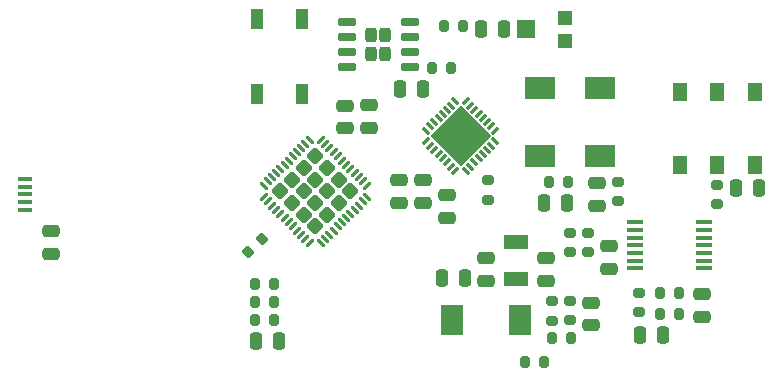
<source format=gbr>
%TF.GenerationSoftware,KiCad,Pcbnew,(6.0.0)*%
%TF.CreationDate,2022-03-10T17:49:05+08:00*%
%TF.ProjectId,st_usbAudioV1_demo,73745f75-7362-4417-9564-696f56315f64,rev?*%
%TF.SameCoordinates,Original*%
%TF.FileFunction,Paste,Top*%
%TF.FilePolarity,Positive*%
%FSLAX46Y46*%
G04 Gerber Fmt 4.6, Leading zero omitted, Abs format (unit mm)*
G04 Created by KiCad (PCBNEW (6.0.0)) date 2022-03-10 17:49:05*
%MOMM*%
%LPD*%
G01*
G04 APERTURE LIST*
G04 Aperture macros list*
%AMRoundRect*
0 Rectangle with rounded corners*
0 $1 Rounding radius*
0 $2 $3 $4 $5 $6 $7 $8 $9 X,Y pos of 4 corners*
0 Add a 4 corners polygon primitive as box body*
4,1,4,$2,$3,$4,$5,$6,$7,$8,$9,$2,$3,0*
0 Add four circle primitives for the rounded corners*
1,1,$1+$1,$2,$3*
1,1,$1+$1,$4,$5*
1,1,$1+$1,$6,$7*
1,1,$1+$1,$8,$9*
0 Add four rect primitives between the rounded corners*
20,1,$1+$1,$2,$3,$4,$5,0*
20,1,$1+$1,$4,$5,$6,$7,0*
20,1,$1+$1,$6,$7,$8,$9,0*
20,1,$1+$1,$8,$9,$2,$3,0*%
%AMRotRect*
0 Rectangle, with rotation*
0 The origin of the aperture is its center*
0 $1 length*
0 $2 width*
0 $3 Rotation angle, in degrees counterclockwise*
0 Add horizontal line*
21,1,$1,$2,0,0,$3*%
G04 Aperture macros list end*
%ADD10C,0.152400*%
%ADD11RoundRect,0.200000X-0.200000X-0.275000X0.200000X-0.275000X0.200000X0.275000X-0.200000X0.275000X0*%
%ADD12RoundRect,0.250000X0.250000X0.475000X-0.250000X0.475000X-0.250000X-0.475000X0.250000X-0.475000X0*%
%ADD13RoundRect,0.250000X-0.250000X-0.475000X0.250000X-0.475000X0.250000X0.475000X-0.250000X0.475000X0*%
%ADD14RoundRect,0.250000X-0.475000X0.250000X-0.475000X-0.250000X0.475000X-0.250000X0.475000X0.250000X0*%
%ADD15RotRect,0.254800X0.807999X45.000000*%
%ADD16RotRect,0.254800X0.807999X315.000000*%
%ADD17RotRect,3.606800X3.606800X315.000000*%
%ADD18RoundRect,0.200000X0.275000X-0.200000X0.275000X0.200000X-0.275000X0.200000X-0.275000X-0.200000X0*%
%ADD19RoundRect,0.250000X0.475000X-0.250000X0.475000X0.250000X-0.475000X0.250000X-0.475000X-0.250000X0*%
%ADD20RoundRect,0.200000X-0.275000X0.200000X-0.275000X-0.200000X0.275000X-0.200000X0.275000X0.200000X0*%
%ADD21R,1.200000X1.200000*%
%ADD22R,1.500000X1.600000*%
%ADD23RoundRect,0.200000X0.200000X0.275000X-0.200000X0.275000X-0.200000X-0.275000X0.200000X-0.275000X0*%
%ADD24R,1.870200X2.540800*%
%ADD25RoundRect,0.242500X0.242500X0.382500X-0.242500X0.382500X-0.242500X-0.382500X0.242500X-0.382500X0*%
%ADD26RoundRect,0.150000X0.650000X0.150000X-0.650000X0.150000X-0.650000X-0.150000X0.650000X-0.150000X0*%
%ADD27R,2.540800X1.870200*%
%ADD28RoundRect,0.250000X0.445477X0.000000X0.000000X0.445477X-0.445477X0.000000X0.000000X-0.445477X0*%
%ADD29RoundRect,0.062500X0.309359X-0.220971X-0.220971X0.309359X-0.309359X0.220971X0.220971X-0.309359X0*%
%ADD30RoundRect,0.062500X0.309359X0.220971X0.220971X0.309359X-0.309359X-0.220971X-0.220971X-0.309359X0*%
%ADD31R,2.000000X1.200000*%
%ADD32R,1.143000X0.381000*%
%ADD33R,1.244600X1.498600*%
%ADD34RoundRect,0.200000X-0.053033X0.335876X-0.335876X0.053033X0.053033X-0.335876X0.335876X-0.053033X0*%
%ADD35R,1.000000X1.700000*%
%ADD36R,1.461999X0.354800*%
G04 APERTURE END LIST*
D10*
%TO.C,U4*%
X159727790Y-69168000D02*
X160861565Y-68034225D01*
X158594015Y-70584617D02*
X159727790Y-71718392D01*
X158594015Y-68034225D02*
X159727790Y-69168000D01*
X160861565Y-70584617D02*
X159727790Y-69450842D01*
X160861565Y-68034225D02*
X159727790Y-66900450D01*
X161002986Y-68175646D02*
X159869211Y-69309421D01*
X159869211Y-69309421D02*
X161002986Y-70443196D01*
X161002986Y-70443196D02*
X162136761Y-69309421D01*
X159727790Y-66900450D02*
X158594015Y-68034225D01*
X159586369Y-69309421D02*
X158452594Y-68175646D01*
X162136761Y-69309421D02*
X161002986Y-68175646D01*
X159727790Y-69450842D02*
X158594015Y-70584617D01*
X158452594Y-70443196D02*
X159586369Y-69309421D01*
X159727790Y-71718392D02*
X160861565Y-70584617D01*
X158452594Y-68175646D02*
X157318819Y-69309421D01*
X157318819Y-69309421D02*
X158452594Y-70443196D01*
%TD*%
D11*
%TO.C,R14*%
X142283000Y-81868000D03*
X143933000Y-81868000D03*
%TD*%
D12*
%TO.C,C2*%
X160060000Y-81360000D03*
X158160000Y-81360000D03*
%TD*%
D13*
%TO.C,C19*%
X161462000Y-60278000D03*
X163362000Y-60278000D03*
%TD*%
D14*
%TO.C,C30*%
X180192000Y-82696000D03*
X180192000Y-84596000D03*
%TD*%
D15*
%TO.C,U4*%
X159269655Y-66376413D03*
X158916102Y-66729966D03*
X158562549Y-67083519D03*
X158208995Y-67437073D03*
X157855442Y-67790626D03*
X157501888Y-68144180D03*
X157148335Y-68497733D03*
X156794782Y-68851286D03*
D16*
X156794782Y-69767556D03*
X157148335Y-70121109D03*
X157501888Y-70474662D03*
X157855442Y-70828216D03*
X158208995Y-71181769D03*
X158562549Y-71535323D03*
X158916102Y-71888876D03*
X159269655Y-72242429D03*
D15*
X160185925Y-72242429D03*
X160539478Y-71888876D03*
X160893031Y-71535323D03*
X161246585Y-71181769D03*
X161600138Y-70828216D03*
X161953692Y-70474662D03*
X162307245Y-70121109D03*
X162660798Y-69767556D03*
D16*
X162660798Y-68851286D03*
X162307245Y-68497733D03*
X161953692Y-68144180D03*
X161600138Y-67790626D03*
X161246585Y-67437073D03*
X160893031Y-67083519D03*
X160539478Y-66729966D03*
X160185925Y-66376413D03*
D17*
X159727790Y-69309421D03*
%TD*%
D18*
%TO.C,R23*%
X173080000Y-74819000D03*
X173080000Y-73169000D03*
%TD*%
D11*
%TO.C,R17*%
X158285000Y-60024000D03*
X159935000Y-60024000D03*
%TD*%
D12*
%TO.C,C26*%
X176824000Y-86186000D03*
X174924000Y-86186000D03*
%TD*%
D19*
%TO.C,C37*%
X125074000Y-79262000D03*
X125074000Y-77362000D03*
%TD*%
D20*
%TO.C,R16*%
X169016000Y-77487000D03*
X169016000Y-79137000D03*
%TD*%
D14*
%TO.C,C34*%
X171302000Y-73298000D03*
X171302000Y-75198000D03*
%TD*%
D11*
%TO.C,R26*%
X167429000Y-86389200D03*
X169079000Y-86389200D03*
%TD*%
D21*
%TO.C,RV1*%
X168530000Y-61278000D03*
D22*
X165280000Y-60278000D03*
D21*
X168530000Y-59278000D03*
%TD*%
D23*
%TO.C,R18*%
X158919000Y-63580000D03*
X157269000Y-63580000D03*
%TD*%
D19*
%TO.C,C20*%
X158602000Y-76214000D03*
X158602000Y-74314000D03*
%TD*%
D11*
%TO.C,R20*%
X176573000Y-82630000D03*
X178223000Y-82630000D03*
%TD*%
D24*
%TO.C,C8*%
X164785399Y-84916000D03*
X159022601Y-84916000D03*
%TD*%
D20*
%TO.C,R15*%
X170540000Y-77487000D03*
X170540000Y-79137000D03*
%TD*%
D18*
%TO.C,R27*%
X169016000Y-84916000D03*
X169016000Y-83266000D03*
%TD*%
D25*
%TO.C,U5*%
X152160000Y-60773000D03*
X153360000Y-60773000D03*
X152160000Y-62323000D03*
X153360000Y-62323000D03*
D26*
X155410000Y-63453000D03*
X155410000Y-62183000D03*
X155410000Y-60913000D03*
X155410000Y-59643000D03*
X150110000Y-59643000D03*
X150110000Y-60913000D03*
X150110000Y-62183000D03*
X150110000Y-63453000D03*
%TD*%
D13*
%TO.C,C4*%
X142412000Y-86694000D03*
X144312000Y-86694000D03*
%TD*%
D27*
%TO.C,C24*%
X171556000Y-65270601D03*
X171556000Y-71033399D03*
%TD*%
D23*
%TO.C,R7*%
X166793000Y-88472000D03*
X165143000Y-88472000D03*
%TD*%
D18*
%TO.C,R24*%
X181462000Y-75073000D03*
X181462000Y-73423000D03*
%TD*%
D28*
%TO.C,U1*%
X147426000Y-74983949D03*
X146436051Y-72014101D03*
X146436051Y-75973899D03*
X147426000Y-73004051D03*
X146436051Y-73994000D03*
X149405899Y-74983949D03*
X144456152Y-73994000D03*
X148415949Y-75973899D03*
X145446101Y-73004051D03*
X148415949Y-72014101D03*
X150395848Y-73994000D03*
X149405899Y-73004051D03*
X147426000Y-76963848D03*
X145446101Y-74983949D03*
X148415949Y-73994000D03*
X147426000Y-71024152D03*
D29*
X147912136Y-78369223D03*
X148265689Y-78015670D03*
X148619243Y-77662116D03*
X148972796Y-77308563D03*
X149326349Y-76955010D03*
X149679903Y-76601456D03*
X150033456Y-76247903D03*
X150387010Y-75894349D03*
X150740563Y-75540796D03*
X151094116Y-75187243D03*
X151447670Y-74833689D03*
X151801223Y-74480136D03*
D30*
X151801223Y-73507864D03*
X151447670Y-73154311D03*
X151094116Y-72800757D03*
X150740563Y-72447204D03*
X150387010Y-72093651D03*
X150033456Y-71740097D03*
X149679903Y-71386544D03*
X149326349Y-71032990D03*
X148972796Y-70679437D03*
X148619243Y-70325884D03*
X148265689Y-69972330D03*
X147912136Y-69618777D03*
D29*
X146939864Y-69618777D03*
X146586311Y-69972330D03*
X146232757Y-70325884D03*
X145879204Y-70679437D03*
X145525651Y-71032990D03*
X145172097Y-71386544D03*
X144818544Y-71740097D03*
X144464990Y-72093651D03*
X144111437Y-72447204D03*
X143757884Y-72800757D03*
X143404330Y-73154311D03*
X143050777Y-73507864D03*
D30*
X143050777Y-74480136D03*
X143404330Y-74833689D03*
X143757884Y-75187243D03*
X144111437Y-75540796D03*
X144464990Y-75894349D03*
X144818544Y-76247903D03*
X145172097Y-76601456D03*
X145525651Y-76955010D03*
X145879204Y-77308563D03*
X146232757Y-77662116D03*
X146586311Y-78015670D03*
X146939864Y-78369223D03*
%TD*%
D31*
%TO.C,L1*%
X164444000Y-81436000D03*
X164444000Y-78236000D03*
%TD*%
D12*
%TO.C,C25*%
X168696000Y-75010000D03*
X166796000Y-75010000D03*
%TD*%
D14*
%TO.C,C36*%
X170794000Y-83407200D03*
X170794000Y-85307200D03*
%TD*%
D19*
%TO.C,C13*%
X166984000Y-81548000D03*
X166984000Y-79648000D03*
%TD*%
D14*
%TO.C,C14*%
X151998000Y-66694000D03*
X151998000Y-68594000D03*
%TD*%
D12*
%TO.C,C35*%
X184952000Y-73740000D03*
X183052000Y-73740000D03*
%TD*%
D19*
%TO.C,C12*%
X161904000Y-81548000D03*
X161904000Y-79648000D03*
%TD*%
D14*
%TO.C,C18*%
X156570000Y-73044000D03*
X156570000Y-74944000D03*
%TD*%
D13*
%TO.C,C22*%
X154604000Y-65358000D03*
X156504000Y-65358000D03*
%TD*%
D32*
%TO.C,U8*%
X122875750Y-72952600D03*
X122875750Y-73613000D03*
X122875750Y-74248000D03*
X122875750Y-74883000D03*
X122875750Y-75543400D03*
%TD*%
D11*
%TO.C,R5*%
X167175000Y-73232000D03*
X168825000Y-73232000D03*
%TD*%
D33*
%TO.C,J6*%
X184662400Y-65561200D03*
X184662400Y-71758800D03*
X178261600Y-65561200D03*
X178261600Y-71733400D03*
X181462000Y-65561200D03*
X181462000Y-71733400D03*
%TD*%
D34*
%TO.C,R1*%
X142929363Y-77982637D03*
X141762637Y-79149363D03*
%TD*%
D35*
%TO.C,S1*%
X146278000Y-59414000D03*
X146278000Y-65714000D03*
X142478000Y-59414000D03*
X142478000Y-65714000D03*
%TD*%
D11*
%TO.C,R2*%
X142283000Y-84916000D03*
X143933000Y-84916000D03*
%TD*%
D27*
%TO.C,C23*%
X166476000Y-65270601D03*
X166476000Y-71033399D03*
%TD*%
D20*
%TO.C,R12*%
X162031000Y-73042000D03*
X162031000Y-74692000D03*
%TD*%
D14*
%TO.C,C29*%
X172318000Y-78632000D03*
X172318000Y-80532000D03*
%TD*%
D19*
%TO.C,C15*%
X154538000Y-74944000D03*
X154538000Y-73044000D03*
%TD*%
D36*
%TO.C,U6*%
X180319000Y-80516001D03*
X180319000Y-79866000D03*
X180319000Y-79215999D03*
X180319000Y-78566000D03*
X180319000Y-77916001D03*
X180319000Y-77266000D03*
X180319000Y-76616001D03*
X174477000Y-76615999D03*
X174477000Y-77266000D03*
X174477000Y-77915999D03*
X174477000Y-78566000D03*
X174477000Y-79215999D03*
X174477000Y-79866000D03*
X174477000Y-80515999D03*
%TD*%
D20*
%TO.C,R25*%
X167492000Y-83278200D03*
X167492000Y-84928200D03*
%TD*%
D11*
%TO.C,R21*%
X176573000Y-84408000D03*
X178223000Y-84408000D03*
%TD*%
D14*
%TO.C,C5*%
X149966000Y-66760000D03*
X149966000Y-68660000D03*
%TD*%
D20*
%TO.C,R11*%
X174858000Y-82567000D03*
X174858000Y-84217000D03*
%TD*%
D11*
%TO.C,R13*%
X142283000Y-83392000D03*
X143933000Y-83392000D03*
%TD*%
M02*

</source>
